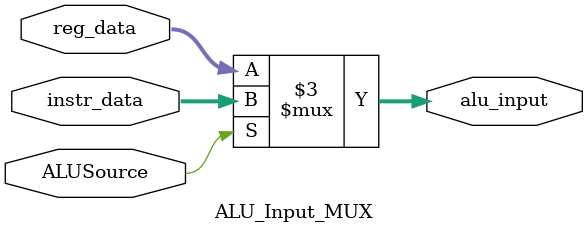
<source format=v>
`timescale 1ns / 1ps
module ALU_Input_MUX(
	input [31:0] reg_data,
	input [31:0] instr_data,
	input ALUSource,
	output reg [31:0] alu_input
    );

	always @(*) begin
		if(ALUSource) alu_input <= instr_data;
		else alu_input <= reg_data;
	 end

endmodule

</source>
